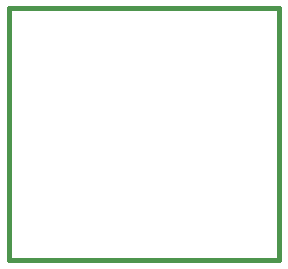
<source format=gbl>
G04 (created by PCBNEW-RS274X (2011-nov-30)-testing) date Fri 06 Jul 2012 03:05:12 PM PDT*
%MOIN*%
G04 Gerber Fmt 3.4, Leading zero omitted, Abs format*
%FSLAX34Y34*%
G01*
G70*
G90*
G04 APERTURE LIST*
%ADD10C,0.006*%
%ADD11C,0.015*%
G04 APERTURE END LIST*
G54D10*
G54D11*
X9400Y-400D02*
X9400Y-600D01*
X400Y-400D02*
X9400Y-400D01*
X400Y-8800D02*
X400Y-400D01*
X9400Y-8800D02*
X400Y-8800D01*
X9400Y-600D02*
X9400Y-8800D01*
M02*

</source>
